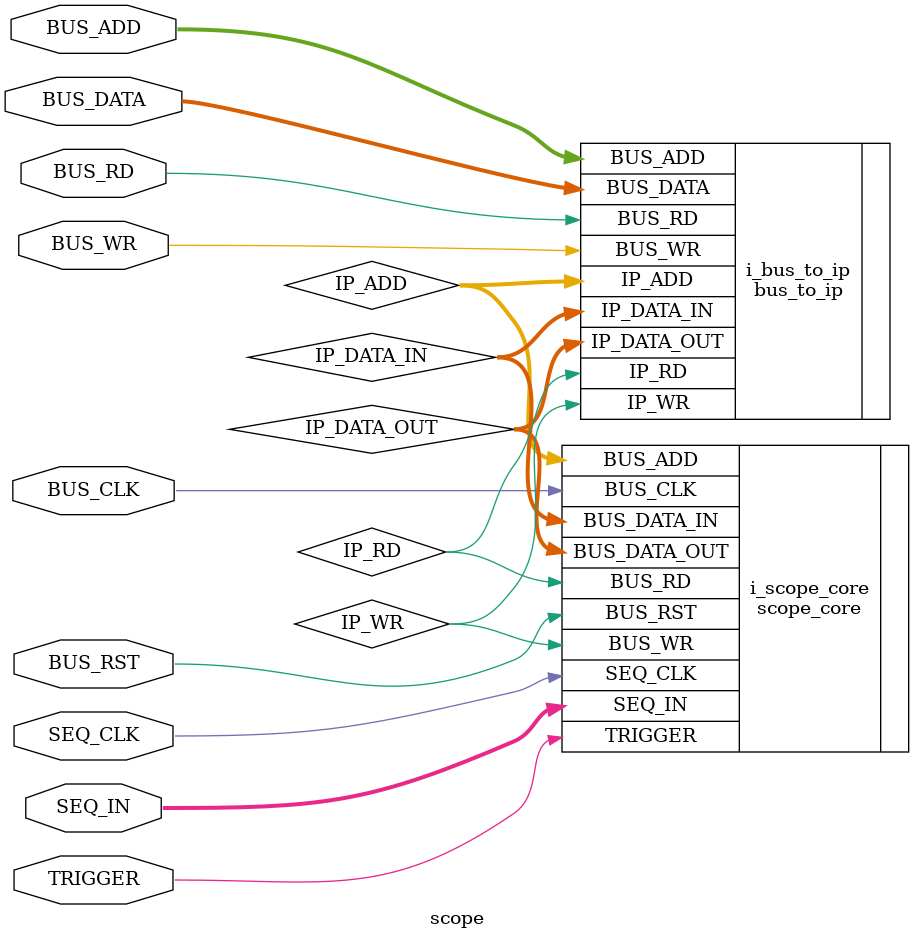
<source format=v>
/**
 * ------------------------------------------------------------
 * Copyright (c) SILAB , Physics Institute of Bonn University 
 * ------------------------------------------------------------
 *
 * SVN revision information:
 *  $Rev:: 34                    $:
 *  $Author:: themperek          $: 
 *  $Date:: 2013-09-12 12:07:54 #$:
 */
 
module scope
#(
    parameter BASEADDR = 0,
    parameter HIGHADDR = 0,
    parameter ABUSWIDTH = 16,
    
    parameter MEM_BYTES = 8*1024,
    parameter IN_BITS = 8
)(
    input           BUS_CLK,
    input           BUS_RST,
    input   [ABUSWIDTH-1:0]  BUS_ADD,
    inout   [7:0]   BUS_DATA,
    input           BUS_RD,
    input           BUS_WR,

    input                SEQ_CLK,
    input [IN_BITS-1:0]  SEQ_IN,
    input TRIGGER
);

wire IP_RD, IP_WR;
wire [ABUSWIDTH-1:0] IP_ADD;
wire [7:0] IP_DATA_IN;
wire [7:0] IP_DATA_OUT;

bus_to_ip #( .BASEADDR(BASEADDR), .HIGHADDR(HIGHADDR), .ABUSWIDTH(ABUSWIDTH) ) i_bus_to_ip
(
    .BUS_RD(BUS_RD),
    .BUS_WR(BUS_WR),
    .BUS_ADD(BUS_ADD),
    .BUS_DATA(BUS_DATA),

    .IP_RD(IP_RD),
    .IP_WR(IP_WR),
    .IP_ADD(IP_ADD),
    .IP_DATA_IN(IP_DATA_IN),
    .IP_DATA_OUT(IP_DATA_OUT)
);

scope_core 
#(
    .MEM_BYTES(MEM_BYTES),
    .IN_BITS(IN_BITS),
    .ABUSWIDTH(ABUSWIDTH)
) i_scope_core 
(
    .BUS_CLK(BUS_CLK),                     
    .BUS_RST(BUS_RST),                  
    .BUS_ADD(IP_ADD),                    
    .BUS_DATA_IN(IP_DATA_IN),                    
    .BUS_RD(IP_RD),                    
    .BUS_WR(IP_WR),                    
    .BUS_DATA_OUT(IP_DATA_OUT),  

    .SEQ_CLK(SEQ_CLK),
    .SEQ_IN(SEQ_IN),
    .TRIGGER(TRIGGER)
); 

endmodule  
</source>
